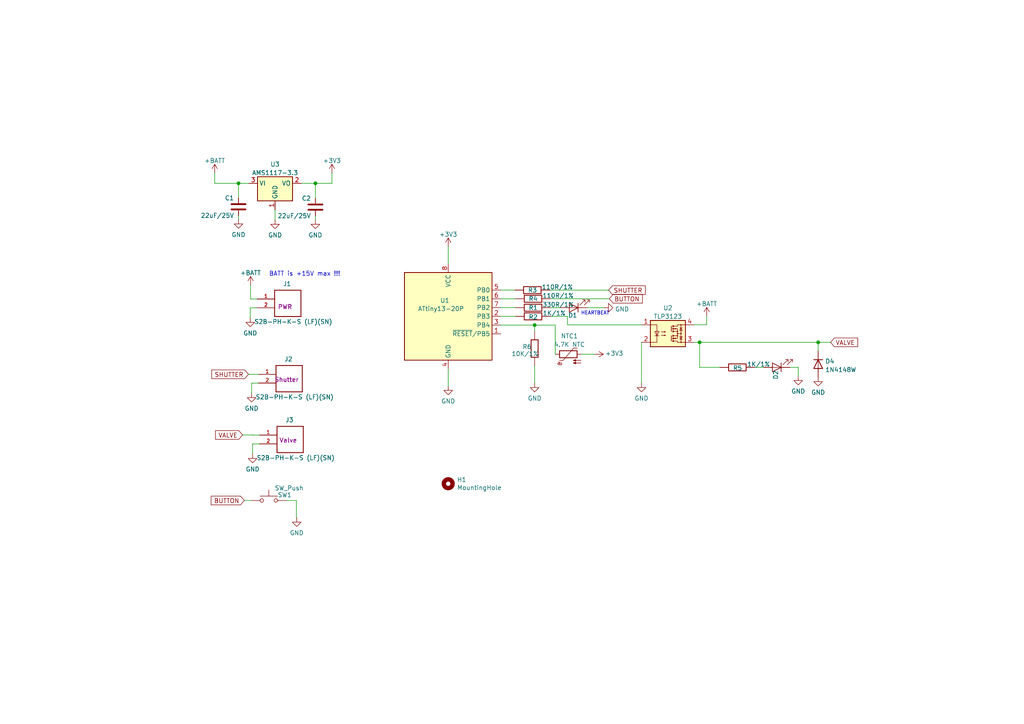
<source format=kicad_sch>
(kicad_sch (version 20230121) (generator eeschema)
  (paper "A4")
  (title_block (title "Paslode IM100C vendor lock-in override device") (date "2023-10-12") (rev "V1.0") (company "Ruslan Zalata"))
  (lib_symbols
    (symbol "Diode:1N4148W" (pin_numbers hide) (pin_names hide)
      (property "Reference" "D" (at 0 2.54 0))
      (property "Value" "1N4148W" (at 0 -2.54 0))
      (symbol "1N4148W_0_1"
        (polyline (pts (xy -1.27 1.27) (xy -1.27 -1.27)) (stroke (width 0.254)))
        (polyline (pts (xy 1.27 0) (xy -1.27 0)))
        (polyline (pts (xy 1.27 1.27) (xy 1.27 -1.27) (xy -1.27 0) (xy 1.27 1.27)) (stroke (width 0.254)))
      )
      (symbol "1N4148W_1_1"
        (pin passive line (at -3.81 0 0) (length 2.54) (name "K") (number "1"))
        (pin passive line (at 3.81 0 180) (length 2.54) (name "A") (number "2"))
      )
    )
    (symbol "Fabmicro:CONN_2Pins" (pin_names (offset 1.016))
      (property "Reference" "XS" (at 0 2.54 0))
      (property "Value" "CONN_2Pins" (at 2.54 2.54 0))
      (symbol "CONN_2Pins_1_0"
        (polyline (pts (xy 0 -7.62) (xy 0 0)) (stroke (width 0.254)))
        (polyline (pts (xy 0 0) (xy 7.62 0)) (stroke (width 0.254)))
        (polyline (pts (xy 7.62 -7.62) (xy 0 -7.62)) (stroke (width 0.254)))
        (polyline (pts (xy 7.62 0) (xy 7.62 -7.62)) (stroke (width 0.254)))
      )
      (symbol "CONN_2Pins_1_1"
        (pin passive line (at 12.7 -2.54 180) (length 5.08) (name "~") (number "1"))
        (pin passive line (at 12.7 -5.08 180) (length 5.08) (name "~") (number "2"))
      )
    )
    (symbol "Fabmicro:CapacitorUnpolarized" (pin_numbers hide) (pin_names (offset 0.254))
      (property "Reference" "C" (at -2.54 0.635 90))
      (property "Value" "CapacitorUnpolarized" (at 2.54 0.635 90))
      (symbol "CapacitorUnpolarized_0_1"
        (polyline (pts (xy -0.762 -2.032) (xy -0.762 2.032)) (stroke (width 0.508)))
        (polyline (pts (xy 0.762 -2.032) (xy 0.762 2.032)) (stroke (width 0.508)))
      )
      (symbol "CapacitorUnpolarized_1_1"
        (pin passive line (at -2.54 0 0) (length 1.524) (name "~") (number "1"))
        (pin passive line (at 2.54 0 180) (length 1.524) (name "~") (number "2"))
      )
    )
    (symbol "Fabmicro:LED" (pin_numbers hide) (pin_names (offset 1.016) hide)
      (property "Reference" "D" (at 3.81 2.54 0))
      (property "Value" "LED" (at 3.81 -2.54 0))
      (symbol "LED_0_1"
        (polyline (pts (xy 2.54 -1.27) (xy 2.54 1.27)) (stroke (width 0.2032)))
        (polyline (pts (xy 2.54 0) (xy 5.08 0)))
        (polyline (pts (xy 5.08 -1.27) (xy 5.08 1.27) (xy 2.54 0) (xy 5.08 -1.27)) (stroke (width 0.2032)))
        (polyline (pts (xy 0.762 -0.762) (xy -0.762 -2.286) (xy 0 -2.286) (xy -0.762 -2.286) (xy -0.762 -1.524)))
        (polyline (pts (xy 2.032 -0.762) (xy 0.508 -2.286) (xy 1.27 -2.286) (xy 0.508 -2.286) (xy 0.508 -1.524)))
      )
      (symbol "LED_1_1"
        (pin passive line (at 0 0 0) (length 2.54) (name "K") (number "1"))
        (pin passive line (at 7.62 0 180) (length 2.54) (name "A") (number "2"))
      )
    )
    (symbol "Fabmicro:Resistor" (pin_numbers hide) (pin_names (offset 0))
      (property "Reference" "R" (at 0 2.032 0))
      (property "Value" "Resistor" (at 0 0 0))
      (symbol "Resistor_0_1"
        (rectangle (start 2.54 -1.016) (end -2.54 1.016) (stroke (width 0.254)))
      )
      (symbol "Resistor_1_1"
        (pin passive line (at -5.08 0 0) (length 2.54) (name "~") (number "1"))
        (pin passive line (at 5.08 0 180) (length 2.54) (name "~") (number "2"))
      )
    )
    (symbol "MCU_Microchip_ATtiny:ATtiny13-20P"
      (property "Reference" "U" (at -12.7 13.97 0))
      (property "Value" "ATtiny13-20P" (at 2.54 -13.97 0))
      (symbol "ATtiny13-20P_0_1"
        (rectangle (start -12.7 -12.7) (end 12.7 12.7) (stroke (width 0.254)) (fill (type background)))
      )
      (symbol "ATtiny13-20P_1_1"
        (pin bidirectional line (at 15.24 -5.08 180) (length 2.54) (name "~{RESET}/PB5") (number "1"))
        (pin bidirectional line (at 15.24 0 180) (length 2.54) (name "PB3") (number "2"))
        (pin bidirectional line (at 15.24 -2.54 180) (length 2.54) (name "PB4") (number "3"))
        (pin power_in line (at 0 -15.24 90) (length 2.54) (name "GND") (number "4"))
        (pin bidirectional line (at 15.24 7.62 180) (length 2.54) (name "PB0") (number "5"))
        (pin bidirectional line (at 15.24 5.08 180) (length 2.54) (name "PB1") (number "6"))
        (pin bidirectional line (at 15.24 2.54 180) (length 2.54) (name "PB2") (number "7"))
        (pin power_in line (at 0 15.24 270) (length 2.54) (name "VCC") (number "8"))
      )
    )
    (symbol "Mechanical:MountingHole" (pin_names (offset 1.016))
      (property "Reference" "H" (at 0 5.08 0))
      (property "Value" "MountingHole" (at 0 3.175 0))
      (symbol "MountingHole_0_1"
        (circle (center 0 0) (radius 1.27) (stroke (width 1.27)))
      )
    )
    (symbol "Regulator_Linear:AMS1117-3.3"
      (property "Reference" "U" (at -3.81 3.175 0))
      (property "Value" "AMS1117-3.3" (at 0 3.175 0))
      (symbol "AMS1117-3.3_0_1"
        (rectangle (start -5.08 -5.08) (end 5.08 1.905) (stroke (width 0.254)) (fill (type background)))
      )
      (symbol "AMS1117-3.3_1_1"
        (pin power_in line (at 0 -7.62 90) (length 2.54) (name "GND") (number "1"))
        (pin power_out line (at 7.62 0 180) (length 2.54) (name "VO") (number "2"))
        (pin power_in line (at -7.62 0 0) (length 2.54) (name "VI") (number "3"))
      )
    )
    (symbol "Relay_SolidState:TLP3123"
      (property "Reference" "U" (at -5.08 5.08 0))
      (property "Value" "TLP3123" (at 0 5.08 0))
      (symbol "TLP3123_0_1"
        (rectangle (start -5.08 3.81) (end 5.08 -3.81) (stroke (width 0.254)) (fill (type background)))
        (polyline (pts (xy -3.81 -0.635) (xy -2.54 -0.635)))
        (polyline (pts (xy 1.016 -0.635) (xy 1.016 -2.159)) (stroke (width 0.2032)))
        (polyline (pts (xy 1.016 2.159) (xy 1.016 0.635)) (stroke (width 0.2032)))
        (polyline (pts (xy 1.524 -0.508) (xy 1.524 -0.762)) (stroke (width 0.3556)))
        (polyline (pts (xy 2.794 0) (xy 3.81 0)))
        (polyline (pts (xy 3.429 -1.651) (xy 4.191 -1.651)))
        (polyline (pts (xy 3.429 1.651) (xy 4.191 1.651)))
        (polyline (pts (xy 3.81 -2.54) (xy 3.81 2.54)))
        (polyline (pts (xy 1.524 -2.032) (xy 1.524 -2.286) (xy 1.524 -2.286)) (stroke (width 0.3556)))
        (polyline (pts (xy 1.524 -1.27) (xy 1.524 -1.524) (xy 1.524 -1.524)) (stroke (width 0.3556)))
        (polyline (pts (xy 1.524 0.762) (xy 1.524 0.508) (xy 1.524 0.508)) (stroke (width 0.3556)))
        (polyline (pts (xy 1.524 1.524) (xy 1.524 1.27) (xy 1.524 1.27)) (stroke (width 0.3556)))
        (polyline (pts (xy 1.524 2.286) (xy 1.524 2.032) (xy 1.524 2.032)) (stroke (width 0.3556)))
        (polyline (pts (xy 1.651 -1.397) (xy 2.794 -1.397) (xy 2.794 -0.635)))
        (polyline (pts (xy 1.651 1.397) (xy 2.794 1.397) (xy 2.794 0.635)))
        (polyline (pts (xy -5.08 2.54) (xy -3.175 2.54) (xy -3.175 -2.54) (xy -5.08 -2.54)))
        (polyline (pts (xy -3.175 -0.635) (xy -3.81 0.635) (xy -2.54 0.635) (xy -3.175 -0.635)))
        (polyline (pts (xy 1.651 -2.159) (xy 2.794 -2.159) (xy 2.794 -2.54) (xy 5.08 -2.54)))
        (polyline (pts (xy 1.651 -0.635) (xy 2.794 -0.635) (xy 2.794 0.635) (xy 1.651 0.635)))
        (polyline (pts (xy 1.651 2.159) (xy 2.794 2.159) (xy 2.794 2.54) (xy 5.08 2.54)))
        (polyline (pts (xy 1.778 -1.397) (xy 2.286 -1.27) (xy 2.286 -1.524) (xy 1.778 -1.397)))
        (polyline (pts (xy 1.778 1.397) (xy 2.286 1.524) (xy 2.286 1.27) (xy 1.778 1.397)))
        (polyline (pts (xy 3.81 -1.651) (xy 3.429 -0.889) (xy 4.191 -0.889) (xy 3.81 -1.651)))
        (polyline (pts (xy 3.81 1.651) (xy 3.429 0.889) (xy 4.191 0.889) (xy 3.81 1.651)))
        (polyline (pts (xy -1.905 -0.508) (xy -0.635 -0.508) (xy -1.016 -0.635) (xy -1.016 -0.381) (xy -0.635 -0.508)))
        (polyline (pts (xy -1.905 0.508) (xy -0.635 0.508) (xy -1.016 0.381) (xy -1.016 0.635) (xy -0.635 0.508)))
        (circle (center 2.794 -0.635) (radius 0.127))
        (circle (center 2.794 0) (radius 0.127))
        (circle (center 2.794 0.635) (radius 0.127))
        (circle (center 3.81 -2.54) (radius 0.127))
        (circle (center 3.81 0) (radius 0.127))
        (circle (center 3.81 2.54) (radius 0.127))
      )
      (symbol "TLP3123_1_1"
        (pin passive line (at -7.62 2.54 0) (length 2.54) (name "~") (number "1"))
        (pin passive line (at -7.62 -2.54 0) (length 2.54) (name "~") (number "2"))
        (pin passive line (at 7.62 -2.54 180) (length 2.54) (name "~") (number "3"))
        (pin passive line (at 7.62 2.54 180) (length 2.54) (name "~") (number "4"))
      )
    )
    (symbol "Sensor_Temperature:PT100" (pin_numbers hide) (pin_names (offset 0))
      (property "Reference" "TH" (at -4.445 0 90))
      (property "Value" "PT100" (at 3.175 0 90))
      (symbol "PT100_0_1"
        (arc (start -3.048 2.159) (mid -3.0495 2.3143) (end -3.175 2.413))
        (arc (start -3.048 2.159) (mid -2.9736 1.9794) (end -2.794 1.905))
        (arc (start -3.048 2.794) (mid -2.9736 2.6144) (end -2.794 2.54))
        (arc (start -2.794 1.905) (mid -2.6144 1.9794) (end -2.54 2.159))
        (arc (start -2.794 2.54) (mid -2.4393 2.5587) (end -2.159 2.794))
        (arc (start -2.794 3.048) (mid -2.9736 2.9736) (end -3.048 2.794))
        (arc (start -2.54 2.794) (mid -2.6144 2.9736) (end -2.794 3.048))
        (rectangle (start -1.016 2.54) (end 1.016 -2.54) (stroke (width 0.254)))
        (polyline (pts (xy -2.54 2.159) (xy -2.54 2.794)))
        (polyline (pts (xy -1.778 2.54) (xy -1.778 1.524) (xy 1.778 -1.524) (xy 1.778 -2.54)))
        (polyline (pts (xy -2.54 -3.683) (xy -2.54 -1.397) (xy -2.794 -2.159) (xy -2.286 -2.159) (xy -2.54 -1.397) (xy -2.54 -1.651)) (fill (type outline)))
        (polyline (pts (xy -1.778 -3.683) (xy -1.778 -1.397) (xy -2.032 -2.159) (xy -1.524 -2.159) (xy -1.778 -1.397) (xy -1.778 -1.651)) (fill (type outline)))
      )
      (symbol "PT100_1_1"
        (pin passive line (at 0 3.81 270) (length 1.27) (name "~") (number "1"))
        (pin passive line (at 0 -3.81 90) (length 1.27) (name "~") (number "2"))
      )
    )
    (symbol "Switch:SW_Push" (pin_numbers hide) (pin_names (offset 1.016) hide)
      (property "Reference" "SW" (at 1.27 2.54 0))
      (property "Value" "SW_Push" (at 0 -1.524 0))
      (symbol "SW_Push_0_1"
        (circle (center -2.032 0) (radius 0.508))
        (polyline (pts (xy 0 1.27) (xy 0 3.048)))
        (polyline (pts (xy 2.54 1.27) (xy -2.54 1.27)))
        (circle (center 2.032 0) (radius 0.508))
        (pin passive line (at -5.08 0 0) (length 2.54) (name "1") (number "1"))
        (pin passive line (at 5.08 0 180) (length 2.54) (name "2") (number "2"))
      )
    )
    (symbol "power:+3V3" (power) (pin_names (offset 0))
      (property "Value" "+3V3" (at 0 3.556 0))
      (symbol "+3V3_0_1"
        (polyline (pts (xy -0.762 1.27) (xy 0 2.54)))
        (polyline (pts (xy 0 0) (xy 0 2.54)))
        (polyline (pts (xy 0 2.54) (xy 0.762 1.27)))
      )
      (symbol "+3V3_1_1"
        (pin power_in line (at 0 0 90) (length 0) hide (name "+3V3") (number "1"))
      )
    )
    (symbol "power:+BATT" (power) (pin_names (offset 0))
      (property "Value" "+BATT" (at 0 3.556 0))
      (symbol "+BATT_0_1"
        (polyline (pts (xy -0.762 1.27) (xy 0 2.54)))
        (polyline (pts (xy 0 0) (xy 0 2.54)))
        (polyline (pts (xy 0 2.54) (xy 0.762 1.27)))
      )
      (symbol "+BATT_1_1"
        (pin power_in line (at 0 0 90) (length 0) hide (name "+BATT") (number "1"))
      )
    )
    (symbol "power:GND" (power) (pin_names (offset 0))
      (property "Value" "GND" (at 0 -3.81 0))
      (symbol "GND_0_1"
        (polyline (pts (xy 0 0) (xy 0 -1.27) (xy 1.27 -1.27) (xy 0 -2.54) (xy -1.27 -1.27) (xy 0 -1.27)))
      )
      (symbol "GND_1_1"
        (pin power_in line (at 0 0 270) (length 0) hide (name "GND") (number "1"))
      )
    )
  )
  (junction (at 202.9136 99.293))
  (junction (at 155.067 94.293))
  (junction (at 69.179 53.176))
  (junction (at 237.3 99.293))
  (junction (at 91.479 53.176))
  (wire (pts (xy 172.466 102.743) (xy 168.656 102.743)))
  (wire (pts (xy 73.466 126.161) (xy 73.466 126.201)))
  (wire (pts (xy 155.067 111.125) (xy 155.067 106.172)))
  (wire (pts (xy 231.521 106.553) (xy 229.108 106.553)))
  (wire (pts (xy 221.488 106.553) (xy 218.948 106.553)))
  (wire (pts (xy 85.966 145.161) (xy 83.046 145.161)))
  (wire (pts (xy 201.4 94.2) (xy 201.4 94.213)))
  (wire (pts (xy 161.036 94.293) (xy 161.036 102.743)))
  (wire (pts (xy 145.244 94.293) (xy 155.067 94.293)))
  (wire (pts (xy 73.166 108.561) (xy 73.166 108.563)))
  (wire (pts (xy 204.974 94.134) (xy 204.974 94.2)))
  (wire (pts (xy 202.9136 99.293) (xy 237.3 99.293)))
  (wire (pts (xy 72.6781 86.723) (xy 74.5781 86.723)))
  (wire (pts (xy 149.524 89.213) (xy 149.524 89.253)))
  (wire (pts (xy 155.067 94.293) (xy 161.036 94.293)))
  (wire (pts (xy 85.966 150.161) (xy 85.966 145.161)))
  (wire (pts (xy 62.279 50.176) (xy 62.279 53.176)))
  (wire (pts (xy 73.266 128.761) (xy 75.266 128.761)))
  (wire (pts (xy 69.179 63.676) (xy 69.179 62.516)))
  (wire (pts (xy 72.066 108.561) (xy 73.166 108.561)))
  (wire (pts (xy 186.055 111.125) (xy 186.055 99.293)))
  (wire (pts (xy 149.524 91.753) (xy 145.244 91.753)))
  (wire (pts (xy 145.244 86.673) (xy 149.524 86.673)))
  (wire (pts (xy 149.524 86.673) (xy 149.524 86.653)))
  (wire (pts (xy 145.244 84.133) (xy 149.324 84.133)))
  (wire (pts (xy 72.9781 111.123) (xy 74.9781 111.123)))
  (wire (pts (xy 74.5781 89.283) (xy 74.5781 89.263)))
  (wire (pts (xy 130.004 111.953) (xy 130.004 106.993)))
  (wire (pts (xy 237.3 99.293) (xy 240.9 99.293)))
  (wire (pts (xy 159.684 91.753) (xy 164.604 91.753)))
  (wire (pts (xy 73.466 126.201) (xy 75.266 126.201)))
  (wire (pts (xy 70.366 126.161) (xy 73.466 126.161)))
  (wire (pts (xy 69.179 53.176) (xy 72.159 53.176)))
  (wire (pts (xy 73.166 108.563) (xy 74.9781 108.563)))
  (wire (pts (xy 237.3 101.79) (xy 237.3 99.293)))
  (wire (pts (xy 176.504 84.153) (xy 159.484 84.153)))
  (wire (pts (xy 70.866 145.161) (xy 72.886 145.161)))
  (wire (pts (xy 72.5781 92.223) (xy 72.5781 89.283)))
  (wire (pts (xy 201.4 94.213) (xy 201.324 94.213)))
  (wire (pts (xy 91.479 57.536) (xy 91.479 53.176)))
  (wire (pts (xy 202.9136 106.553) (xy 202.9136 99.293)))
  (wire (pts (xy 74.9781 111.123) (xy 74.9781 111.103)))
  (wire (pts (xy 96.279 50.176) (xy 96.279 53.176)))
  (wire (pts (xy 204.974 94.134) (xy 204.978 94.134)))
  (wire (pts (xy 86.066 150.161) (xy 85.966 150.161)))
  (wire (pts (xy 159.684 89.253) (xy 162.584 89.253)))
  (wire (pts (xy 186.055 99.293) (xy 186.084 99.293)))
  (wire (pts (xy 155.067 94.293) (xy 155.067 96.012)))
  (wire (pts (xy 72.6781 82.723) (xy 72.6781 86.723)))
  (wire (pts (xy 87.399 53.176) (xy 91.479 53.176)))
  (wire (pts (xy 69.179 57.436) (xy 69.179 53.176)))
  (wire (pts (xy 91.479 53.176) (xy 96.279 53.176)))
  (wire (pts (xy 62.279 53.176) (xy 69.179 53.176)))
  (wire (pts (xy 204.978 94.134) (xy 204.978 91.694)))
  (wire (pts (xy 72.5781 89.283) (xy 74.5781 89.283)))
  (wire (pts (xy 91.479 63.776) (xy 91.479 62.616)))
  (wire (pts (xy 240.9 99.293) (xy 240.9 99.3)))
  (wire (pts (xy 176.704 86.653) (xy 159.684 86.653)))
  (wire (pts (xy 130.004 71.553) (xy 130.004 76.513)))
  (wire (pts (xy 201.4 94.2) (xy 204.974 94.2)))
  (wire (pts (xy 164.604 94.213) (xy 186.084 94.213)))
  (wire (pts (xy 208.788 106.553) (xy 202.9136 106.553)))
  (wire (pts (xy 231.521 109.093) (xy 231.521 106.553)))
  (wire (pts (xy 164.604 91.753) (xy 164.604 94.213)))
  (wire (pts (xy 72.9781 114.063) (xy 72.9781 111.123)))
  (wire (pts (xy 149.324 84.133) (xy 149.324 84.153)))
  (wire (pts (xy 79.779 63.776) (xy 79.779 60.796)))
  (wire (pts (xy 75.266 128.761) (xy 75.266 128.741)))
  (wire (pts (xy 201.324 99.293) (xy 202.9136 99.293)))
  (wire (pts (xy 175.204 89.253) (xy 170.204 89.253)))
  (wire (pts (xy 145.244 89.213) (xy 149.524 89.213)))
  (wire (pts (xy 73.266 131.701) (xy 73.266 128.761)))
  (text "HEARTBEAT" (at 168.4812 91.5075 0) (effects (font (size 1 1)) (justify left bottom)))
  (text "BATT is +15V max !!!" (at 78 80.3 0) (effects (font (size 1.27 1.27)) (justify left bottom)))
  (global_label "BUTTON" (shape input) (at 176.704 86.653 0) (property "Intersheetrefs" "${INTERSHEET_REFS}" (effects hide)))
  (global_label "BUTTON" (shape input) (at 70.866 145.161 180) (property "Intersheetrefs" "${INTERSHEET_REFS}" (effects hide)))
  (global_label "VALVE" (shape input) (at 70.366 126.161 180) (property "Intersheetrefs" "${INTERSHEET_REFS}" (effects hide)))
  (global_label "VALVE" (shape input) (at 240.9 99.3 0) (property "Intersheetrefs" "${INTERSHEET_REFS}" (effects hide)))
  (global_label "SHUTTER" (shape input) (at 72.066 108.561 180) (property "Intersheetrefs" "${INTERSHEET_REFS}" (effects hide)))
  (global_label "SHUTTER" (shape input) (at 176.504 84.153 0) (property "Intersheetrefs" "${INTERSHEET_REFS}" (effects hide)))
  (symbol (lib_id "power:+3V3") (at 130.004 71.553 0) (unit 1)
    (property "Reference" "#PWR02" (effects hide))
    (property "Value" "+3V3" (at 130.004 67.9859 0))
  )
  (symbol (lib_id "power:+3V3") (at 96.279 50.176 0) (unit 1)
    (property "Reference" "#PWR010" (effects hide))
    (property "Value" "+3V3" (at 96.279 46.6089 0))
  )
  (symbol (lib_id "power:GND") (at 231.521 109.093 0) (unit 1)
    (property "Reference" "#PWR016" (effects hide))
    (property "Value" "GND" (at 231.521 113.4997 0))
  )
  (symbol (lib_id "Fabmicro:CONN_2Pins") (at 87.6781 106.023 0) (mirror y) (unit 1)
    (property "Reference" "J2" (at 83.6781 104.163 0))
    (property "Value" "S2B-PH-K-S (LF)(SN)" (at 85.4781 115.163 0))
    (property "Footprint" "Connector_JST:JST_PH_S2B-PH-K_1x02_P2.00mm_Horizontal" (effects hide))
    (property "Assignment" "Shutter" (at 86.6781 110.823 0) (effects (justify left bottom)))
    (property "Поле7" "Connector 2 Pins" (effects hide))
    (property "Поле8" "2 Pins Connectors" (effects hide))
    (property "Mfr. Part Number" "S2B-PH-K-S (LF)(SN)" (effects hide))
  )
  (symbol (lib_id "power:GND") (at 79.779 63.776 0) (unit 1)
    (property "Reference" "#PWR07" (effects hide))
    (property "Value" "GND" (at 79.779 68.1827 0))
  )
  (symbol (lib_id "Diode:1N4148W") (at 237.3 105.6 270) (unit 1)
    (property "Reference" "D4" (at 239.332 104.7881 90) (effects (justify left)))
    (property "Value" "1N4148W" (at 239.332 107.2516 90) (effects (justify left)))
    (property "Footprint" "Diode_SMD:D_SOD-123" (effects hide))
    (property "Datasheet" "https://www.vishay.com/docs/85748/1n4148w.pdf" (effects hide))
    (property "Sim.Device" "D" (effects hide))
    (property "Sim.Pins" "1=K 2=A" (effects hide))
    (property "Mfr. Part Number" "1N4148W" (effects hide))
  )
  (symbol (lib_id "Fabmicro:Resistor") (at 213.868 106.553 0) (unit 1)
    (property "Reference" "R5" (at 212.568 106.753 0) (effects (justify left)))
    (property "Value" "1K/1%" (at 216.668 105.653 0) (effects (justify left)))
    (property "Footprint" "Resistor_SMD:R_0402_1005Metric" (effects hide))
    (property "Mfr. Part Number" "RC0402FR-071KL" (effects hide))
  )
  (symbol (lib_id "power:GND") (at 237.3 109.41 0) (unit 1)
    (property "Reference" "#PWR019" (effects hide))
    (property "Value" "GND" (at 237.3 113.8167 0))
  )
  (symbol (lib_id "Fabmicro:CapacitorUnpolarized") (at 69.179 59.976 90) (mirror x) (unit 1)
    (property "Reference" "C1" (at 67.909 57.436 90) (effects (justify left)))
    (property "Value" "22uF/25V" (at 67.909 62.516 90) (effects (justify left)))
    (property "Footprint" "Capacitor_SMD:C_0805_2012Metric" (effects hide))
    (property "Mfr. Part Number" "CL21A226MAQNNNE" (effects hide))
  )
  (symbol (lib_id "MCU_Microchip_ATtiny:ATtiny13-20P") (at 130.004 91.753 0) (unit 1)
    (property "Reference" "U1" (at 130.404 87.153 0) (effects (justify right)))
    (property "Value" "ATtiny13-20P" (at 134.604 89.553 0) (effects (justify right)))
    (property "Footprint" "Package_DIP:DIP-8_W7.62mm" (effects hide))
    (property "Datasheet" "http://ww1.microchip.com/downloads/en/DeviceDoc/doc2535.pdf" (effects hide))
  )
  (symbol (lib_id "Mechanical:MountingHole") (at 130 140.3 0) (unit 1)
    (property "Reference" "H1" (at 132.54 139.1316 0) (effects (justify left)))
    (property "Value" "MountingHole" (at 132.54 141.443 0) (effects (justify left)))
    (property "Footprint" "MountingHole:MountingHole_4.3mm_M4_DIN965_Pad" (effects hide))
  )
  (symbol (lib_id "Fabmicro:CONN_2Pins") (at 87.2781 84.183 0) (mirror y) (unit 1)
    (property "Reference" "J1" (at 83.2781 82.323 0))
    (property "Value" "S2B-PH-K-S (LF)(SN)" (at 85.0781 93.323 0))
    (property "Footprint" "Connector_JST:JST_PH_S2B-PH-K_1x02_P2.00mm_Horizontal" (effects hide))
    (property "Assignment" "PWR" (at 84.7781 89.723 0) (effects (justify left bottom)))
    (property "Поле7" "Connector 2 Pins" (effects hide))
    (property "Поле8" "2 Pins Connectors" (effects hide))
    (property "Mfr. Part Number" "S2B-PH-K-S (LF)(SN)" (effects hide))
  )
  (symbol (lib_id "power:GND") (at 73.266 131.701 0) (unit 1)
    (property "Reference" "#PWR05" (effects hide))
    (property "Value" "GND" (at 73.266 136.1077 0))
  )
  (symbol (lib_id "Relay_SolidState:TLP3123") (at 193.704 96.753 0) (unit 1)
    (property "Reference" "U2" (at 193.704 89.3255 0))
    (property "Value" "TLP3123" (at 193.704 91.789 0))
    (property "Footprint" "Package_SO:SO-4_4.4x3.9mm_P2.54mm" (effects hide))
    (property "Datasheet" "https://toshiba.semicon-storage.com/info/docget.jsp?did=10047&prodName=TLP3123" (effects hide))
  )
  (symbol (lib_id "power:GND") (at 86.066 150.161 0) (unit 1)
    (property "Reference" "#PWR015" (effects hide))
    (property "Value" "GND" (at 86.066 154.5677 0))
  )
  (symbol (lib_id "power:+3V3") (at 172.466 102.743 270) (unit 1)
    (property "Reference" "#PWR018" (effects hide))
    (property "Value" "+3V3" (at 175.5 102.5 90) (effects (justify left)))
  )
  (symbol (lib_id "power:GND") (at 130.004 111.953 0) (unit 1)
    (property "Reference" "#PWR01" (effects hide))
    (property "Value" "GND" (at 130.004 116.3597 0))
  )
  (symbol (lib_id "power:GND") (at 72.5781 92.223 0) (unit 1)
    (property "Reference" "#PWR03" (effects hide))
    (property "Value" "GND" (at 72.5781 96.6297 0))
  )
  (symbol (lib_id "Switch:SW_Push") (at 77.966 145.161 0) (unit 1)
    (property "Reference" "SW1" (at 82.566 143.561 0))
    (property "Value" "SW_Push" (at 83.866 141.561 0))
    (property "Footprint" "Button_Switch_SMD:SW_SPST_EVQPE1" (effects hide))
    (property "Mfr. Part Number" "DTSM-32" (effects hide))
  )
  (symbol (lib_id "power:GND") (at 91.479 63.776 0) (unit 1)
    (property "Reference" "#PWR011" (effects hide))
    (property "Value" "GND" (at 91.479 68.1827 0))
  )
  (symbol (lib_id "power:+BATT") (at 62.279 50.176 0) (unit 1)
    (property "Reference" "#PWR08" (effects hide))
    (property "Value" "+BATT" (at 62.279 46.6089 0))
  )
  (symbol (lib_id "power:GND") (at 72.9781 114.063 0) (unit 1)
    (property "Reference" "#PWR06" (effects hide))
    (property "Value" "GND" (at 72.9781 118.4697 0))
  )
  (symbol (lib_id "power:+BATT") (at 72.6781 82.723 0) (unit 1)
    (property "Reference" "#PWR04" (effects hide))
    (property "Value" "+BATT" (at 72.6781 79.1559 0))
  )
  (symbol (lib_id "Fabmicro:Resistor") (at 154.604 89.253 0) (unit 1)
    (property "Reference" "R1" (at 153.304 89.253 0) (effects (justify left)))
    (property "Value" "330R/1%" (at 157.304 88.353 0) (effects (justify left)))
    (property "Footprint" "Resistor_SMD:R_0402_1005Metric" (effects hide))
    (property "Mfr. Part Number" "RC0402FR-07330RL" (effects hide))
  )
  (symbol (lib_id "Fabmicro:Resistor") (at 154.604 86.653 0) (unit 1)
    (property "Reference" "R4" (at 153.304 86.653 0) (effects (justify left)))
    (property "Value" "110R/1%" (at 157.304 85.753 0) (effects (justify left)))
    (property "Footprint" "Resistor_SMD:R_0402_1005Metric" (effects hide))
    (property "Mfr. Part Number" "RC0402FR-07110RL" (effects hide))
  )
  (symbol (lib_id "power:+BATT") (at 204.978 91.694 0) (unit 1)
    (property "Reference" "#PWR014" (effects hide))
    (property "Value" "+BATT" (at 204.978 88.1269 0))
  )
  (symbol (lib_id "Sensor_Temperature:PT100") (at 164.846 102.743 90) (unit 1)
    (property "Reference" "NTC1" (at 165.1635 97.4745 90))
    (property "Value" "4.7K NTC" (at 165.1635 99.938 90))
    (property "Footprint" "Connector_PinHeader_2.54mm:PinHeader_1x02_P2.54mm_Vertical" (effects hide))
  )
  (symbol (lib_id "power:GND") (at 155.067 111.125 0) (unit 1)
    (property "Reference" "#PWR017" (effects hide))
    (property "Value" "GND" (at 155.067 115.5317 0))
  )
  (symbol (lib_id "Fabmicro:Resistor") (at 154.404 84.153 0) (unit 1)
    (property "Reference" "R3" (at 153.104 84.153 0) (effects (justify left)))
    (property "Value" "110R/1%" (at 157.104 83.253 0) (effects (justify left)))
    (property "Footprint" "Resistor_SMD:R_0402_1005Metric" (effects hide))
    (property "Mfr. Part Number" "RC0402FR-07110RL" (effects hide))
  )
  (symbol (lib_id "Regulator_Linear:AMS1117-3.3") (at 79.779 53.176 0) (unit 1)
    (property "Reference" "U3" (at 79.779 47.6535 0))
    (property "Value" "AMS1117-3.3" (at 79.779 50.117 0))
    (property "Footprint" "Package_TO_SOT_SMD:SOT-223-3_TabPin2" (effects hide))
    (property "Datasheet" "http://www.advanced-monolithic.com/pdf/ds1117.pdf" (effects hide))
  )
  (symbol (lib_id "Fabmicro:LED") (at 170.204 89.253 180) (unit 1)
    (property "Reference" "D1" (at 166.104 91.453 0))
    (property "Value" "FYLS-0603PGC" (effects hide))
    (property "Footprint" "LED_SMD:LED_0603_1608Metric" (effects hide))
    (property "Mfr. Part Number" "FYLS-0603PGC" (effects hide))
  )
  (symbol (lib_id "Fabmicro:Resistor") (at 154.604 91.753 0) (unit 1)
    (property "Reference" "R2" (at 153.304 91.953 0) (effects (justify left)))
    (property "Value" "1K/1%" (at 157.404 90.853 0) (effects (justify left)))
    (property "Footprint" "Resistor_SMD:R_0402_1005Metric" (effects hide))
    (property "Mfr. Part Number" "RC0402FR-071KL" (effects hide))
  )
  (symbol (lib_id "Fabmicro:CapacitorUnpolarized") (at 91.479 60.076 90) (mirror x) (unit 1)
    (property "Reference" "C2" (at 90.209 57.536 90) (effects (justify left)))
    (property "Value" "22uF/25V" (at 90.209 62.616 90) (effects (justify left)))
    (property "Footprint" "Capacitor_SMD:C_0805_2012Metric" (effects hide))
    (property "Mfr. Part Number" "CL21A226MAQNNNE" (effects hide))
  )
  (symbol (lib_id "Fabmicro:LED") (at 229.108 106.553 180) (unit 1)
    (property "Reference" "D2" (at 225.008 108.753 90))
    (property "Value" "FYLS-0603URC" (effects hide))
    (property "Footprint" "LED_SMD:LED_0603_1608Metric" (effects hide))
    (property "Mfr. Part Number" "FYLS-0603PGC" (effects hide))
  )
  (symbol (lib_id "power:GND") (at 69.179 63.676 0) (unit 1)
    (property "Reference" "#PWR09" (effects hide))
    (property "Value" "GND" (at 69.179 68.0827 0))
  )
  (symbol (lib_id "power:GND") (at 175.204 89.253 90) (unit 1)
    (property "Reference" "#PWR012" (effects hide))
    (property "Value" "GND" (at 178.379 89.6728 90) (effects (justify right)))
  )
  (symbol (lib_id "Fabmicro:CONN_2Pins") (at 87.966 123.661 0) (mirror y) (unit 1)
    (property "Reference" "J3" (at 83.966 121.801 0))
    (property "Value" "S2B-PH-K-S (LF)(SN)" (at 85.766 132.801 0))
    (property "Footprint" "Connector_JST:JST_PH_S2B-PH-K_1x02_P2.00mm_Horizontal" (effects hide))
    (property "Assignment" "Valve" (at 86.1781 128.423 0) (effects (justify left bottom)))
    (property "Поле7" "Connector 2 Pins" (effects hide))
    (property "Поле8" "2 Pins Connectors" (effects hide))
    (property "Mfr. Part Number" "S2B-PH-K-S (LF)(SN)" (effects hide))
  )
  (symbol (lib_id "power:GND") (at 186.055 111.125 0) (unit 1)
    (property "Reference" "#PWR013" (effects hide))
    (property "Value" "GND" (at 186.055 115.5317 0))
  )
  (symbol (lib_id "Fabmicro:Resistor") (at 155.067 101.092 270) (unit 1)
    (property "Reference" "R6" (at 151.511 100.584 90) (effects (justify left)))
    (property "Value" "10K/1%" (at 148.336 102.616 90) (effects (justify left)))
    (property "Footprint" "Resistor_SMD:R_0402_1005Metric" (effects hide))
    (property "Mfr. Part Number" "RC0402FR-0710KL" (effects hide))
  )
)
</source>
